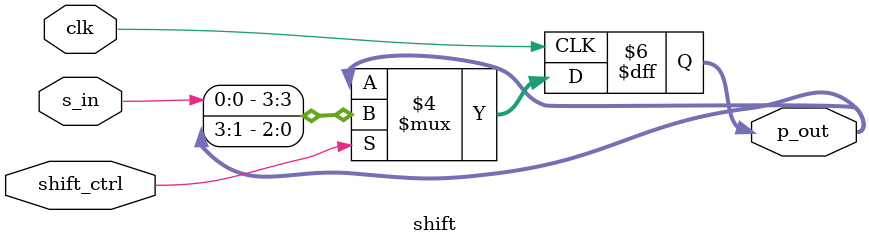
<source format=v>
module LAB6_3(clear,clk,p_out1,p_out2,s_in,shift_ctrl);
input clear,clk,s_in,shift_ctrl;
output [3:0]p_out1,p_out2;
wire FA_C,FA_z,FA_S,x;

shift S1(.s_in(FA_S),.shift_ctrl(shift_ctrl),.clk(clk),.p_out(p_out1));
shift S2(.s_in(s_in),.shift_ctrl(shift_ctrl),.clk(clk),.p_out(p_out2));
FA F1(.A(p_out1[0]),.B(p_out2[0]),.C0(FA_z),.S(FA_S),.C(FA_C));
D_FF D0(x,clear,FA_C,FA_z);
assign x=clk&shift_ctrl;
endmodule
// (clk 正緣觸發；clear 負緣觸發)
module D_FF(clk,clear,D,Q);
input clear;
input clk,D;
output reg Q;
initial Q = 0;
always @(negedge clear or posedge clk)
    if(!clear) Q <= 0;
    else Q <= D;
endmodule
module FA(A, B, C0,S,C);
    input A, B, C0;
    output S, C;
    assign S = A ^ B ^ C0;
    assign C = (A & B) | (B & C0) | (C0 & A);
endmodule
module shift(s_in,shift_ctrl,clk,p_out);
input s_in;
input shift_ctrl,clk;
output reg [3:0] p_out;
initial p_out = 4'b0000;
always @(posedge clk)
    begin
        if(shift_ctrl) p_out <= {s_in,p_out[3:1]};
        else p_out <= p_out;
    end
endmodule
</source>
